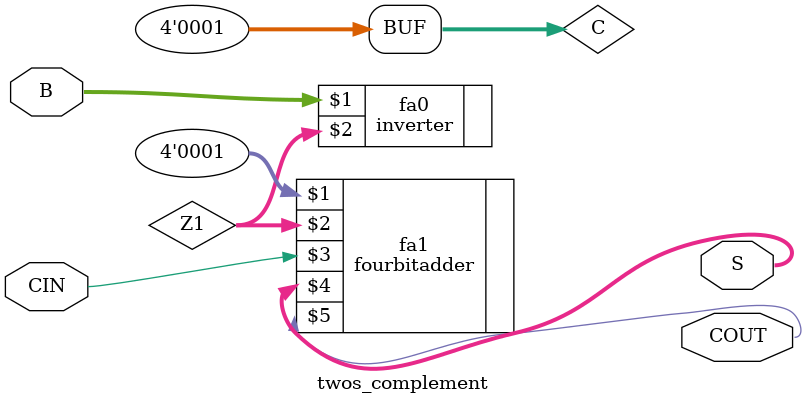
<source format=v>
`timescale 1ns / 1ps


module twos_complement(

    input [3:0] B,
    input CIN,
    output [3:0] S,
    output COUT
    );
    
    wire [3:0] Z1;
    wire [3:0] S;
    
    
    reg [3:0] C = 4'b0001;
   
    inverter fa0 (B [3:0], Z1 [3:0]);
    fourbitadder fa1 (C[3:0], Z1[3:0], CIN, S[3:0], COUT);
    
    
endmodule

</source>
